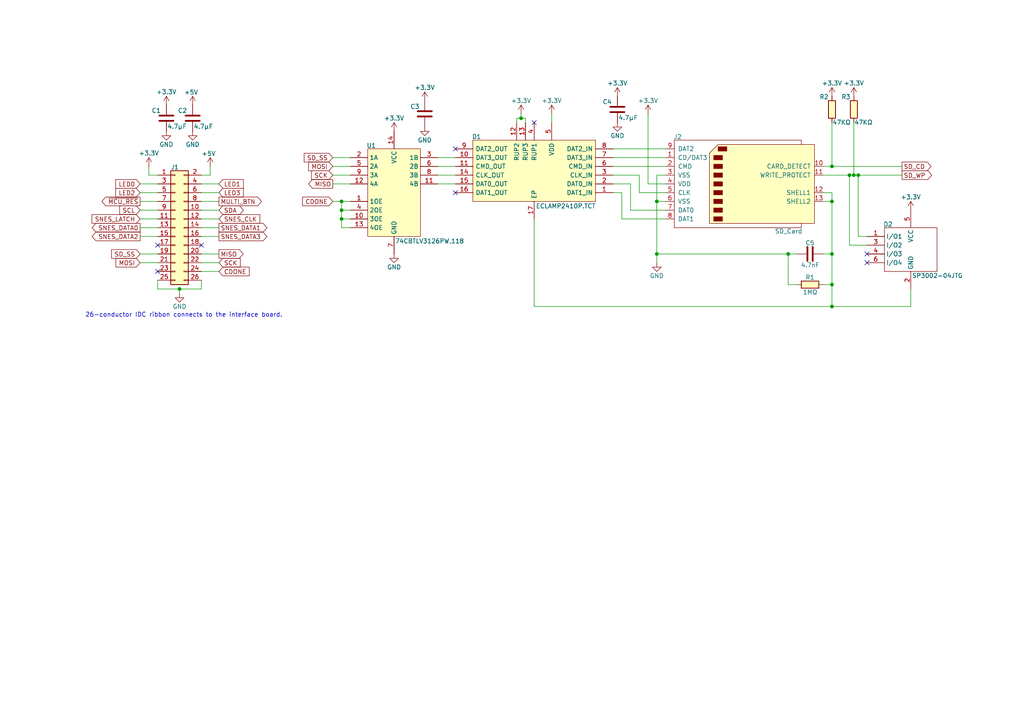
<source format=kicad_sch>
(kicad_sch (version 20231120) (generator "eeschema") (generator_version "8.0")
  (paper "A4")
  (lib_symbols
    (symbol "Connector:SD_Card" (pin_names (offset 1.016))
      (property "Reference" "J" (at -16.51 13.97 0))
      (property "Value" "SD_Card" (at 15.24 -13.97 0))
      (symbol "SD_Card_0_1"
        (rectangle (start -8.89 -9.525) (end -6.35 -10.795) (fill (type outline)))
        (rectangle (start -8.89 -6.985) (end -6.35 -8.255) (fill (type outline)))
        (rectangle (start -8.89 -4.445) (end -6.35 -5.715) (fill (type outline)))
        (rectangle (start -8.89 -1.905) (end -6.35 -3.175) (fill (type outline)))
        (rectangle (start -8.89 0.635) (end -6.35 -0.635) (fill (type outline)))
        (rectangle (start -8.89 3.175) (end -6.35 1.905) (fill (type outline)))
        (rectangle (start -8.89 5.715) (end -6.35 4.445) (fill (type outline)))
        (rectangle (start -8.89 8.255) (end -6.35 6.985) (fill (type outline)))
        (rectangle (start -7.62 10.795) (end -5.08 9.525) (fill (type outline)))
        (polyline (pts (xy -10.16 8.89) (xy -7.62 11.43) (xy 20.32 11.43) (xy 20.32 -11.43) (xy -10.16 -11.43) (xy -10.16 8.89)) (fill (type background)))
        (polyline (pts (xy 16.51 11.43) (xy 16.51 12.7) (xy -20.32 12.7) (xy -20.32 -12.7) (xy 16.51 -12.7) (xy 16.51 -11.43)))
      )
      (symbol "SD_Card_1_1"
        (pin input line (at -22.86 7.62 0) (length 2.54) (name "CD/DAT3") (number "1"))
        (pin input line (at 22.86 5.08 180) (length 2.54) (name "CARD_DETECT") (number "10"))
        (pin input line (at 22.86 2.54 180) (length 2.54) (name "WRITE_PROTECT") (number "11"))
        (pin input line (at 22.86 -2.54 180) (length 2.54) (name "SHELL1") (number "12"))
        (pin input line (at 22.86 -5.08 180) (length 2.54) (name "SHELL2") (number "13"))
        (pin input line (at -22.86 5.08 0) (length 2.54) (name "CMD") (number "2"))
        (pin power_in line (at -22.86 2.54 0) (length 2.54) (name "VSS") (number "3"))
        (pin power_in line (at -22.86 0 0) (length 2.54) (name "VDD") (number "4"))
        (pin input line (at -22.86 -2.54 0) (length 2.54) (name "CLK") (number "5"))
        (pin power_in line (at -22.86 -5.08 0) (length 2.54) (name "VSS") (number "6"))
        (pin input line (at -22.86 -7.62 0) (length 2.54) (name "DAT0") (number "7"))
        (pin input line (at -22.86 -10.16 0) (length 2.54) (name "DAT1") (number "8"))
        (pin input line (at -22.86 10.16 0) (length 2.54) (name "DAT2") (number "9"))
      )
    )
    (symbol "Connector_Generic:Conn_02x13_Odd_Even" (pin_names (offset 1.016) hide)
      (property "Reference" "J" (at 1.27 17.78 0))
      (property "Value" "Conn_02x13_Odd_Even" (at 1.27 -17.78 0))
      (symbol "Conn_02x13_Odd_Even_1_1"
        (rectangle (start -1.27 -15.113) (end 0 -15.367) (stroke (width 0.1524)))
        (rectangle (start -1.27 -12.573) (end 0 -12.827) (stroke (width 0.1524)))
        (rectangle (start -1.27 -10.033) (end 0 -10.287) (stroke (width 0.1524)))
        (rectangle (start -1.27 -7.493) (end 0 -7.747) (stroke (width 0.1524)))
        (rectangle (start -1.27 -4.953) (end 0 -5.207) (stroke (width 0.1524)))
        (rectangle (start -1.27 -2.413) (end 0 -2.667) (stroke (width 0.1524)))
        (rectangle (start -1.27 0.127) (end 0 -0.127) (stroke (width 0.1524)))
        (rectangle (start -1.27 2.667) (end 0 2.413) (stroke (width 0.1524)))
        (rectangle (start -1.27 5.207) (end 0 4.953) (stroke (width 0.1524)))
        (rectangle (start -1.27 7.747) (end 0 7.493) (stroke (width 0.1524)))
        (rectangle (start -1.27 10.287) (end 0 10.033) (stroke (width 0.1524)))
        (rectangle (start -1.27 12.827) (end 0 12.573) (stroke (width 0.1524)))
        (rectangle (start -1.27 15.367) (end 0 15.113) (stroke (width 0.1524)))
        (rectangle (start -1.27 16.51) (end 3.81 -16.51) (stroke (width 0.254)) (fill (type background)))
        (rectangle (start 3.81 -15.113) (end 2.54 -15.367) (stroke (width 0.1524)))
        (rectangle (start 3.81 -12.573) (end 2.54 -12.827) (stroke (width 0.1524)))
        (rectangle (start 3.81 -10.033) (end 2.54 -10.287) (stroke (width 0.1524)))
        (rectangle (start 3.81 -7.493) (end 2.54 -7.747) (stroke (width 0.1524)))
        (rectangle (start 3.81 -4.953) (end 2.54 -5.207) (stroke (width 0.1524)))
        (rectangle (start 3.81 -2.413) (end 2.54 -2.667) (stroke (width 0.1524)))
        (rectangle (start 3.81 0.127) (end 2.54 -0.127) (stroke (width 0.1524)))
        (rectangle (start 3.81 2.667) (end 2.54 2.413) (stroke (width 0.1524)))
        (rectangle (start 3.81 5.207) (end 2.54 4.953) (stroke (width 0.1524)))
        (rectangle (start 3.81 7.747) (end 2.54 7.493) (stroke (width 0.1524)))
        (rectangle (start 3.81 10.287) (end 2.54 10.033) (stroke (width 0.1524)))
        (rectangle (start 3.81 12.827) (end 2.54 12.573) (stroke (width 0.1524)))
        (rectangle (start 3.81 15.367) (end 2.54 15.113) (stroke (width 0.1524)))
        (pin passive line (at -5.08 15.24 0) (length 3.81) (name "Pin_1") (number "1"))
        (pin passive line (at 7.62 5.08 180) (length 3.81) (name "Pin_10") (number "10"))
        (pin passive line (at -5.08 2.54 0) (length 3.81) (name "Pin_11") (number "11"))
        (pin passive line (at 7.62 2.54 180) (length 3.81) (name "Pin_12") (number "12"))
        (pin passive line (at -5.08 0 0) (length 3.81) (name "Pin_13") (number "13"))
        (pin passive line (at 7.62 0 180) (length 3.81) (name "Pin_14") (number "14"))
        (pin passive line (at -5.08 -2.54 0) (length 3.81) (name "Pin_15") (number "15"))
        (pin passive line (at 7.62 -2.54 180) (length 3.81) (name "Pin_16") (number "16"))
        (pin passive line (at -5.08 -5.08 0) (length 3.81) (name "Pin_17") (number "17"))
        (pin passive line (at 7.62 -5.08 180) (length 3.81) (name "Pin_18") (number "18"))
        (pin passive line (at -5.08 -7.62 0) (length 3.81) (name "Pin_19") (number "19"))
        (pin passive line (at 7.62 15.24 180) (length 3.81) (name "Pin_2") (number "2"))
        (pin passive line (at 7.62 -7.62 180) (length 3.81) (name "Pin_20") (number "20"))
        (pin passive line (at -5.08 -10.16 0) (length 3.81) (name "Pin_21") (number "21"))
        (pin passive line (at 7.62 -10.16 180) (length 3.81) (name "Pin_22") (number "22"))
        (pin passive line (at -5.08 -12.7 0) (length 3.81) (name "Pin_23") (number "23"))
        (pin passive line (at 7.62 -12.7 180) (length 3.81) (name "Pin_24") (number "24"))
        (pin passive line (at -5.08 -15.24 0) (length 3.81) (name "Pin_25") (number "25"))
        (pin passive line (at 7.62 -15.24 180) (length 3.81) (name "Pin_26") (number "26"))
        (pin passive line (at -5.08 12.7 0) (length 3.81) (name "Pin_3") (number "3"))
        (pin passive line (at 7.62 12.7 180) (length 3.81) (name "Pin_4") (number "4"))
        (pin passive line (at -5.08 10.16 0) (length 3.81) (name "Pin_5") (number "5"))
        (pin passive line (at 7.62 10.16 180) (length 3.81) (name "Pin_6") (number "6"))
        (pin passive line (at -5.08 7.62 0) (length 3.81) (name "Pin_7") (number "7"))
        (pin passive line (at 7.62 7.62 180) (length 3.81) (name "Pin_8") (number "8"))
        (pin passive line (at -5.08 5.08 0) (length 3.81) (name "Pin_9") (number "9"))
      )
    )
    (symbol "Device:C" (pin_numbers hide) (pin_names (offset 0.254))
      (property "Reference" "C" (at 0.635 2.54 0))
      (property "Value" "C" (at 0.635 -2.54 0))
      (symbol "C_0_1"
        (polyline (pts (xy -2.032 -0.762) (xy 2.032 -0.762)) (stroke (width 0.508)))
        (polyline (pts (xy -2.032 0.762) (xy 2.032 0.762)) (stroke (width 0.508)))
      )
      (symbol "C_1_1"
        (pin passive line (at 0 3.81 270) (length 2.794) (name "~") (number "1"))
        (pin passive line (at 0 -3.81 90) (length 2.794) (name "~") (number "2"))
      )
    )
    (symbol "Device:R" (pin_numbers hide) (pin_names (offset 0))
      (property "Reference" "R" (at 2.032 0 90))
      (property "Value" "R" (at 0 0 90))
      (symbol "R_1_1"
        (rectangle (start -1.016 2.54) (end 1.016 -2.54) (stroke (width 0.254)) (fill (type background)))
        (pin passive line (at 0 3.81 270) (length 1.27) (name "~") (number "1"))
        (pin passive line (at 0 -3.81 90) (length 1.27) (name "~") (number "2"))
      )
    )
    (symbol "Sentinel 65X - Prototype 4 V2:74CBTLV3126PW,118"
      (property "Reference" "U" (at 0.6077 0.7994 0))
      (property "Value" "74CBTLV3126PW,118" (at 18.1906 -26.6576 0))
      (symbol "74CBTLV3126PW,118_1_1"
        (rectangle (start 0 0) (end 15.24 -25.4) (fill (type background)))
        (pin input line (at -5.08 -15.24 0) (length 5.08) (name "1OE") (number "1"))
        (pin input line (at -5.08 -20.32 0) (length 5.08) (name "3OE") (number "10"))
        (pin tri_state line (at 20.32 -10.16 180) (length 5.08) (name "4B") (number "11"))
        (pin input line (at -5.08 -10.16 0) (length 5.08) (name "4A") (number "12"))
        (pin input line (at -5.08 -22.86 0) (length 5.08) (name "4OE") (number "13"))
        (pin power_in line (at 7.62 5.08 270) (length 5.08) (name "VCC") (number "14"))
        (pin input line (at -5.08 -2.54 0) (length 5.08) (name "1A") (number "2"))
        (pin tri_state line (at 20.32 -2.54 180) (length 5.08) (name "1B") (number "3"))
        (pin input line (at -5.08 -17.78 0) (length 5.08) (name "2OE") (number "4"))
        (pin input line (at -5.08 -5.08 0) (length 5.08) (name "2A") (number "5"))
        (pin tri_state line (at 20.32 -5.08 180) (length 5.08) (name "2B") (number "6"))
        (pin power_in line (at 7.62 -30.48 90) (length 5.08) (name "GND") (number "7"))
        (pin tri_state line (at 20.32 -7.62 180) (length 5.08) (name "3B") (number "8"))
        (pin input line (at -5.08 -7.62 0) (length 5.08) (name "3A") (number "9"))
      )
    )
    (symbol "Sentinel 65X - Prototype 4 V2:ECLAMP2410P.TCT" (pin_names (offset 0.762))
      (property "Reference" "D" (at 36.83 7.62 0))
      (property "Value" "ECLAMP2410P.TCT" (at 36.83 5.08 0))
      (symbol "ECLAMP2410P.TCT_0_0"
        (pin passive line (at 0 -12.7 0) (length 5.08) (name "DAT1_IN") (number "1"))
        (pin passive line (at 45.72 -2.54 180) (length 5.08) (name "DAT3_OUT") (number "10"))
        (pin passive line (at 45.72 -5.08 180) (length 5.08) (name "CMD_OUT") (number "11"))
        (pin passive line (at 27.94 7.62 270) (length 5.08) (name "RUP2") (number "12"))
        (pin passive line (at 25.4 7.62 270) (length 5.08) (name "RUP3") (number "13"))
        (pin passive line (at 45.72 -7.62 180) (length 5.08) (name "CLK_OUT") (number "14"))
        (pin passive line (at 45.72 -10.16 180) (length 5.08) (name "DAT0_OUT") (number "15"))
        (pin passive line (at 45.72 -12.7 180) (length 5.08) (name "DAT1_OUT") (number "16"))
        (pin passive line (at 22.86 -20.32 90) (length 5.08) (name "EP") (number "17"))
        (pin passive line (at 0 -10.16 0) (length 5.08) (name "DAT0_IN") (number "2"))
        (pin passive line (at 0 -7.62 0) (length 5.08) (name "CLK_IN") (number "3"))
        (pin passive line (at 22.86 7.62 270) (length 5.08) (name "RUP1") (number "4"))
        (pin passive line (at 17.78 7.62 270) (length 5.08) (name "VDD") (number "5"))
        (pin passive line (at 0 -5.08 0) (length 5.08) (name "CMD_IN") (number "6"))
        (pin passive line (at 0 -2.54 0) (length 5.08) (name "DAT3_IN") (number "7"))
        (pin passive line (at 0 0 0) (length 5.08) (name "DAT2_IN") (number "8"))
        (pin passive line (at 45.72 0 180) (length 5.08) (name "DAT2_OUT") (number "9"))
      )
      (symbol "ECLAMP2410P.TCT_1_1"
        (polyline (pts (xy 5.08 2.54) (xy 40.64 2.54) (xy 40.64 -15.24) (xy 5.08 -15.24) (xy 5.08 2.54)) (stroke (width 0.1524)) (fill (type background)))
      )
    )
    (symbol "Sentinel 65X - Prototype 4 V2:SP3002-04JTG"
      (property "Reference" "D" (at 0.5281 0.7596 0))
      (property "Value" "SP3002-04JTG" (at 15.2292 -14.0415 0))
      (symbol "SP3002-04JTG_0_1"
        (rectangle (start 0 0) (end 15.24 -12.7))
      )
      (symbol "SP3002-04JTG_1_1"
        (pin passive line (at -5.08 -2.54 0) (length 5.08) (name "I/O1") (number "1"))
        (pin power_in line (at 7.62 -17.78 90) (length 5.08) (name "GND") (number "2"))
        (pin passive line (at -5.08 -5.08 0) (length 5.08) (name "I/O2") (number "3"))
        (pin passive line (at -5.08 -7.62 0) (length 5.08) (name "I/O3") (number "4"))
        (pin power_in line (at 7.62 5.08 270) (length 5.08) (name "VCC") (number "5"))
        (pin passive line (at -5.08 -10.16 0) (length 5.08) (name "I/O4") (number "6"))
      )
    )
    (symbol "power:+3.3V" (power) (pin_numbers hide) (pin_names (offset 0) hide)
      (property "Value" "+3.3V" (at 0 3.556 0))
      (symbol "+3.3V_0_1"
        (polyline (pts (xy -0.762 1.27) (xy 0 2.54)))
        (polyline (pts (xy 0 0) (xy 0 2.54)))
        (polyline (pts (xy 0 2.54) (xy 0.762 1.27)))
      )
      (symbol "+3.3V_1_1"
        (pin power_in line (at 0 0 90) (length 0) (name "~") (number "1"))
      )
    )
    (symbol "power:+5V" (power) (pin_numbers hide) (pin_names (offset 0) hide)
      (property "Value" "+5V" (at 0 3.556 0))
      (symbol "+5V_0_1"
        (polyline (pts (xy -0.762 1.27) (xy 0 2.54)))
        (polyline (pts (xy 0 0) (xy 0 2.54)))
        (polyline (pts (xy 0 2.54) (xy 0.762 1.27)))
      )
      (symbol "+5V_1_1"
        (pin power_in line (at 0 0 90) (length 0) (name "~") (number "1"))
      )
    )
    (symbol "power:GND" (power) (pin_numbers hide) (pin_names (offset 0) hide)
      (property "Value" "GND" (at 0 -3.81 0))
      (symbol "GND_0_1"
        (polyline (pts (xy 0 0) (xy 0 -1.27) (xy 1.27 -1.27) (xy 0 -2.54) (xy -1.27 -1.27) (xy 0 -1.27)))
      )
      (symbol "GND_1_1"
        (pin power_in line (at 0 0 270) (length 0) (name "~") (number "1"))
      )
    )
  )
  (junction (at 52.07 83.82))
  (junction (at 241.3 88.9))
  (junction (at 248.92 50.8))
  (junction (at 228.6 73.66))
  (junction (at 190.5 73.66))
  (junction (at 241.3 73.66))
  (junction (at 241.3 48.26))
  (junction (at 99.06 58.42))
  (junction (at 151.13 34.29))
  (junction (at 247.65 50.8))
  (junction (at 99.06 60.96))
  (junction (at 99.06 63.5))
  (junction (at 246.38 50.8))
  (junction (at 241.3 82.55))
  (junction (at 190.5 58.42))
  (junction (at 241.3 58.42))
  (no_connect (at 251.46 73.66))
  (no_connect (at 58.42 71.12))
  (no_connect (at 251.46 76.2))
  (no_connect (at 45.72 71.12))
  (no_connect (at 154.94 35.56))
  (no_connect (at 45.72 78.74))
  (no_connect (at 132.08 55.88))
  (no_connect (at 132.08 43.18))
  (wire (pts (xy 177.8 50.8) (xy 185.42 50.8)))
  (wire (pts (xy 127 50.8) (xy 132.08 50.8)))
  (wire (pts (xy 247.65 35.56) (xy 247.65 50.8)))
  (wire (pts (xy 149.86 34.29) (xy 151.13 34.29)))
  (wire (pts (xy 228.6 73.66) (xy 228.6 82.55)))
  (wire (pts (xy 185.42 50.8) (xy 185.42 55.88)))
  (wire (pts (xy 190.5 50.8) (xy 193.04 50.8)))
  (wire (pts (xy 241.3 35.56) (xy 241.3 48.26)))
  (wire (pts (xy 40.64 73.66) (xy 45.72 73.66)))
  (wire (pts (xy 63.5 76.2) (xy 58.42 76.2)))
  (wire (pts (xy 149.86 34.29) (xy 149.86 35.56)))
  (wire (pts (xy 45.72 81.28) (xy 45.72 83.82)))
  (wire (pts (xy 185.42 55.88) (xy 193.04 55.88)))
  (wire (pts (xy 238.76 48.26) (xy 241.3 48.26)))
  (wire (pts (xy 264.16 83.82) (xy 264.16 88.9)))
  (wire (pts (xy 127 53.34) (xy 132.08 53.34)))
  (wire (pts (xy 247.65 50.8) (xy 248.92 50.8)))
  (wire (pts (xy 190.5 50.8) (xy 190.5 58.42)))
  (wire (pts (xy 63.5 78.74) (xy 58.42 78.74)))
  (wire (pts (xy 40.64 60.96) (xy 45.72 60.96)))
  (wire (pts (xy 190.5 58.42) (xy 190.5 73.66)))
  (wire (pts (xy 63.5 55.88) (xy 58.42 55.88)))
  (wire (pts (xy 241.3 58.42) (xy 241.3 73.66)))
  (wire (pts (xy 52.07 85.09) (xy 52.07 83.82)))
  (wire (pts (xy 40.64 68.58) (xy 45.72 68.58)))
  (wire (pts (xy 127 48.26) (xy 132.08 48.26)))
  (wire (pts (xy 63.5 66.04) (xy 58.42 66.04)))
  (wire (pts (xy 241.3 48.26) (xy 261.62 48.26)))
  (wire (pts (xy 96.52 53.34) (xy 101.6 53.34)))
  (wire (pts (xy 246.38 50.8) (xy 247.65 50.8)))
  (wire (pts (xy 177.8 43.18) (xy 193.04 43.18)))
  (wire (pts (xy 96.52 50.8) (xy 101.6 50.8)))
  (wire (pts (xy 60.96 48.26) (xy 60.96 50.8)))
  (wire (pts (xy 187.96 33.02) (xy 187.96 53.34)))
  (wire (pts (xy 96.52 48.26) (xy 101.6 48.26)))
  (wire (pts (xy 99.06 63.5) (xy 101.6 63.5)))
  (wire (pts (xy 58.42 50.8) (xy 60.96 50.8)))
  (wire (pts (xy 99.06 63.5) (xy 99.06 66.04)))
  (wire (pts (xy 248.92 50.8) (xy 248.92 68.58)))
  (wire (pts (xy 160.02 33.02) (xy 160.02 35.56)))
  (wire (pts (xy 43.18 48.26) (xy 43.18 50.8)))
  (wire (pts (xy 238.76 73.66) (xy 241.3 73.66)))
  (wire (pts (xy 63.5 58.42) (xy 58.42 58.42)))
  (wire (pts (xy 63.5 73.66) (xy 58.42 73.66)))
  (wire (pts (xy 180.34 55.88) (xy 180.34 63.5)))
  (wire (pts (xy 127 45.72) (xy 132.08 45.72)))
  (wire (pts (xy 241.3 82.55) (xy 241.3 88.9)))
  (wire (pts (xy 99.06 66.04) (xy 101.6 66.04)))
  (wire (pts (xy 96.52 58.42) (xy 99.06 58.42)))
  (wire (pts (xy 241.3 73.66) (xy 241.3 82.55)))
  (wire (pts (xy 151.13 34.29) (xy 152.4 34.29)))
  (wire (pts (xy 96.52 45.72) (xy 101.6 45.72)))
  (wire (pts (xy 40.64 66.04) (xy 45.72 66.04)))
  (wire (pts (xy 52.07 83.82) (xy 58.42 83.82)))
  (wire (pts (xy 228.6 82.55) (xy 231.14 82.55)))
  (wire (pts (xy 177.8 55.88) (xy 180.34 55.88)))
  (wire (pts (xy 190.5 73.66) (xy 228.6 73.66)))
  (wire (pts (xy 45.72 83.82) (xy 52.07 83.82)))
  (wire (pts (xy 238.76 50.8) (xy 246.38 50.8)))
  (wire (pts (xy 182.88 60.96) (xy 193.04 60.96)))
  (wire (pts (xy 154.94 63.5) (xy 154.94 88.9)))
  (wire (pts (xy 40.64 58.42) (xy 45.72 58.42)))
  (wire (pts (xy 99.06 60.96) (xy 101.6 60.96)))
  (wire (pts (xy 151.13 33.02) (xy 151.13 34.29)))
  (wire (pts (xy 190.5 58.42) (xy 193.04 58.42)))
  (wire (pts (xy 63.5 63.5) (xy 58.42 63.5)))
  (wire (pts (xy 40.64 63.5) (xy 45.72 63.5)))
  (wire (pts (xy 58.42 81.28) (xy 58.42 83.82)))
  (wire (pts (xy 43.18 50.8) (xy 45.72 50.8)))
  (wire (pts (xy 246.38 71.12) (xy 251.46 71.12)))
  (wire (pts (xy 177.8 45.72) (xy 193.04 45.72)))
  (wire (pts (xy 246.38 50.8) (xy 246.38 71.12)))
  (wire (pts (xy 99.06 58.42) (xy 99.06 60.96)))
  (wire (pts (xy 63.5 53.34) (xy 58.42 53.34)))
  (wire (pts (xy 241.3 55.88) (xy 241.3 58.42)))
  (wire (pts (xy 63.5 68.58) (xy 58.42 68.58)))
  (wire (pts (xy 238.76 58.42) (xy 241.3 58.42)))
  (wire (pts (xy 177.8 53.34) (xy 182.88 53.34)))
  (wire (pts (xy 99.06 58.42) (xy 101.6 58.42)))
  (wire (pts (xy 40.64 53.34) (xy 45.72 53.34)))
  (wire (pts (xy 248.92 68.58) (xy 251.46 68.58)))
  (wire (pts (xy 248.92 50.8) (xy 261.62 50.8)))
  (wire (pts (xy 63.5 60.96) (xy 58.42 60.96)))
  (wire (pts (xy 241.3 88.9) (xy 264.16 88.9)))
  (wire (pts (xy 152.4 34.29) (xy 152.4 35.56)))
  (wire (pts (xy 154.94 88.9) (xy 241.3 88.9)))
  (wire (pts (xy 228.6 73.66) (xy 231.14 73.66)))
  (wire (pts (xy 99.06 60.96) (xy 99.06 63.5)))
  (wire (pts (xy 190.5 73.66) (xy 190.5 76.2)))
  (wire (pts (xy 187.96 53.34) (xy 193.04 53.34)))
  (wire (pts (xy 180.34 63.5) (xy 193.04 63.5)))
  (wire (pts (xy 182.88 53.34) (xy 182.88 60.96)))
  (wire (pts (xy 238.76 55.88) (xy 241.3 55.88)))
  (wire (pts (xy 177.8 48.26) (xy 193.04 48.26)))
  (wire (pts (xy 40.64 76.2) (xy 45.72 76.2)))
  (wire (pts (xy 238.76 82.55) (xy 241.3 82.55)))
  (wire (pts (xy 40.64 55.88) (xy 45.72 55.88)))
  (text "26-conductor IDC ribbon connects to the interface board." (at 53.34 91.44 0) (effects (font (size 1.27 1.27))))
  (global_label "SCL" (shape input) (at 40.64 60.96 180) (property "Intersheetrefs" "${INTERSHEET_REFS}" (effects (hide yes))))
  (global_label "MISO" (shape output) (at 96.52 53.34 180) (property "Intersheetrefs" "${INTERSHEET_REFS}" (effects (hide yes))))
  (global_label "SD_SS" (shape input) (at 96.52 45.72 180) (property "Intersheetrefs" "${INTERSHEET_REFS}" (effects (hide yes))))
  (global_label "SCK" (shape input) (at 96.52 50.8 180) (property "Intersheetrefs" "${INTERSHEET_REFS}" (effects (hide yes))))
  (global_label "SNES_LATCH" (shape input) (at 40.64 63.5 180) (property "Intersheetrefs" "${INTERSHEET_REFS}" (effects (hide yes))))
  (global_label "SCK" (shape input) (at 63.5 76.2 0) (property "Intersheetrefs" "${INTERSHEET_REFS}" (effects (hide yes))))
  (global_label "CDONE" (shape input) (at 96.52 58.42 180) (property "Intersheetrefs" "${INTERSHEET_REFS}" (effects (hide yes))))
  (global_label "SD_SS" (shape input) (at 40.64 73.66 180) (property "Intersheetrefs" "${INTERSHEET_REFS}" (effects (hide yes))))
  (global_label "SNES_DATA3" (shape output) (at 63.5 68.58 0) (property "Intersheetrefs" "${INTERSHEET_REFS}" (effects (hide yes))))
  (global_label "SNES_DATA0" (shape output) (at 40.64 66.04 180) (property "Intersheetrefs" "${INTERSHEET_REFS}" (effects (hide yes))))
  (global_label "SNES_DATA1" (shape output) (at 63.5 66.04 0) (property "Intersheetrefs" "${INTERSHEET_REFS}" (effects (hide yes))))
  (global_label "SDA" (shape bidirectional) (at 63.5 60.96 0) (property "Intersheetrefs" "${INTERSHEET_REFS}" (effects (hide yes))))
  (global_label "LED2" (shape input) (at 40.64 55.88 180) (property "Intersheetrefs" "${INTERSHEET_REFS}" (effects (hide yes))))
  (global_label "CDONE" (shape input) (at 63.5 78.74 0) (property "Intersheetrefs" "${INTERSHEET_REFS}" (effects (hide yes))))
  (global_label "SNES_CLK" (shape input) (at 63.5 63.5 0) (property "Intersheetrefs" "${INTERSHEET_REFS}" (effects (hide yes))))
  (global_label "MULTI_BTN" (shape output) (at 63.5 58.42 0) (property "Intersheetrefs" "${INTERSHEET_REFS}" (effects (hide yes))))
  (global_label "SNES_DATA2" (shape output) (at 40.64 68.58 180) (property "Intersheetrefs" "${INTERSHEET_REFS}" (effects (hide yes))))
  (global_label "~{MCU_RES}" (shape output) (at 40.64 58.42 180) (property "Intersheetrefs" "${INTERSHEET_REFS}" (effects (hide yes))))
  (global_label "SD_CD" (shape output) (at 261.62 48.26 0) (property "Intersheetrefs" "${INTERSHEET_REFS}" (effects (hide yes))))
  (global_label "MOSI" (shape input) (at 96.52 48.26 180) (property "Intersheetrefs" "${INTERSHEET_REFS}" (effects (hide yes))))
  (global_label "LED3" (shape input) (at 63.5 55.88 0) (property "Intersheetrefs" "${INTERSHEET_REFS}" (effects (hide yes))))
  (global_label "SD_WP" (shape output) (at 261.62 50.8 0) (property "Intersheetrefs" "${INTERSHEET_REFS}" (effects (hide yes))))
  (global_label "MOSI" (shape input) (at 40.64 76.2 180) (property "Intersheetrefs" "${INTERSHEET_REFS}" (effects (hide yes))))
  (global_label "LED1" (shape input) (at 63.5 53.34 0) (property "Intersheetrefs" "${INTERSHEET_REFS}" (effects (hide yes))))
  (global_label "LED0" (shape input) (at 40.64 53.34 180) (property "Intersheetrefs" "${INTERSHEET_REFS}" (effects (hide yes))))
  (global_label "MISO" (shape output) (at 63.5 73.66 0) (property "Intersheetrefs" "${INTERSHEET_REFS}" (effects (hide yes))))
  (symbol (lib_id "power:+3.3V") (at 43.18 48.26 0) (unit 1)
    (property "Reference" "#PWR01" (effects (hide yes)))
    (property "Value" "+3.3V" (at 43.18 44.45 0))
    (property "Description" "Power symbol creates a global label with name \"+3.3V\"" (effects (hide yes)))
  )
  (symbol (lib_id "Device:C") (at 48.26 34.29 0) (unit 1)
    (property "Reference" "C1" (at 43.9601 32.0685 0) (effects (justify left)))
    (property "Value" "4.7µF" (at 48.5247 36.6761 0) (effects (justify left)))
    (property "Footprint" "Capacitor_SMD:C_0402_1005Metric" (effects (hide yes)))
    (property "Description" "Unpolarized capacitor" (effects (hide yes)))
  )
  (symbol (lib_id "power:GND") (at 52.07 85.09 0) (unit 1)
    (property "Reference" "#PWR04" (effects (hide yes)))
    (property "Value" "GND" (at 52.07 88.9 0))
    (property "Description" "Power symbol creates a global label with name \"GND\" , ground" (effects (hide yes)))
  )
  (symbol (lib_id "Sentinel 65X - Prototype 4 V2:ECLAMP2410P.TCT") (at 177.8 43.18 0) (mirror y) (unit 1)
    (property "Reference" "D1" (at 138.2301 39.6329 0))
    (property "Value" "ECLAMP2410P.TCT" (at 164.1064 59.7631 0))
    (property "Footprint" "Sentinel 65X - Prototype 4 V2:SON50P160X400X65-17N" (effects (hide yes)))
    (property "Datasheet" "https://datasheet.datasheetarchive.com/originals/distributors/Datasheets-DGA5/403730.pdf" (effects (hide yes)))
    (property "Description" "EClamp ESD-EMI Protect T-Flash/MicroSD Semtech ECLAMP2410P.TCT, Hex Bi-Directional EMI Filter & ESD Protector, 16-Pin SLP EP" (effects (hide yes)))
    (property "Height" "0.65" (effects (hide yes)))
    (property "Mouser Part Number" "947-ECLAMP2410P.TCT" (effects (hide yes)))
    (property "Mouser Price/Stock" "https://www.mouser.co.uk/ProductDetail/Semtech/ECLAMP2410P.TCT?qs=rBWM4%252BvDhIcrHfRQBdQMZQ%3D%3D" (effects (hide yes)))
    (property "Manufacturer_Name" "SEMTECH" (effects (hide yes)))
    (property "Manufacturer_Part_Number" "ECLAMP2410P.TCT" (effects (hide yes)))
  )
  (symbol (lib_id "power:GND") (at 179.07 35.56 0) (unit 1)
    (property "Reference" "#PWR015" (effects (hide yes)))
    (property "Value" "GND" (at 179.07 39.37 0))
    (property "Description" "Power symbol creates a global label with name \"GND\" , ground" (effects (hide yes)))
  )
  (symbol (lib_id "power:GND") (at 55.88 38.1 0) (unit 1)
    (property "Reference" "#PWR06" (effects (hide yes)))
    (property "Value" "GND" (at 55.88 41.91 0))
    (property "Description" "Power symbol creates a global label with name \"GND\" , ground" (effects (hide yes)))
  )
  (symbol (lib_id "power:+3.3V") (at 114.3 38.1 0) (unit 1)
    (property "Reference" "#PWR08" (effects (hide yes)))
    (property "Value" "+3.3V" (at 114.3 34.29 0))
    (property "Description" "Power symbol creates a global label with name \"+3.3V\"" (effects (hide yes)))
  )
  (symbol (lib_id "power:+3.3V") (at 264.16 60.96 0) (mirror y) (unit 1)
    (property "Reference" "#PWR020" (effects (hide yes)))
    (property "Value" "+3.3V" (at 264.16 57.15 0))
    (property "Description" "Power symbol creates a global label with name \"+3.3V\"" (effects (hide yes)))
  )
  (symbol (lib_id "power:+3.3V") (at 241.3 27.94 0) (unit 1)
    (property "Reference" "#PWR018" (effects (hide yes)))
    (property "Value" "+3.3V" (at 241.3 24.13 0))
    (property "Description" "Power symbol creates a global label with name \"+3.3V\"" (effects (hide yes)))
  )
  (symbol (lib_id "Device:R") (at 234.95 82.55 270) (unit 1)
    (property "Reference" "R1" (at 234.9401 80.4599 90))
    (property "Value" "1MΩ" (at 234.9953 84.7523 90))
    (property "Footprint" "Resistor_SMD:R_0402_1005Metric" (effects (hide yes)))
    (property "Description" "Resistor" (effects (hide yes)))
  )
  (symbol (lib_id "power:GND") (at 190.5 76.2 0) (unit 1)
    (property "Reference" "#PWR017" (effects (hide yes)))
    (property "Value" "GND" (at 190.5 80.01 0))
    (property "Description" "Power symbol creates a global label with name \"GND\" , ground" (effects (hide yes)))
  )
  (symbol (lib_id "power:+3.3V") (at 48.26 30.48 0) (unit 1)
    (property "Reference" "#PWR02" (effects (hide yes)))
    (property "Value" "+3.3V" (at 48.26 26.67 0))
    (property "Description" "Power symbol creates a global label with name \"+3.3V\"" (effects (hide yes)))
  )
  (symbol (lib_id "Device:C") (at 234.95 73.66 90) (unit 1)
    (property "Reference" "C5" (at 236.2883 70.4492 90) (effects (justify left)))
    (property "Value" "4.7nF" (at 237.7221 76.8899 90) (effects (justify left)))
    (property "Footprint" "Capacitor_SMD:C_0402_1005Metric" (effects (hide yes)))
    (property "Description" "Unpolarized capacitor" (effects (hide yes)))
  )
  (symbol (lib_id "power:+3.3V") (at 179.07 27.94 0) (unit 1)
    (property "Reference" "#PWR014" (effects (hide yes)))
    (property "Value" "+3.3V" (at 179.07 24.13 0))
    (property "Description" "Power symbol creates a global label with name \"+3.3V\"" (effects (hide yes)))
  )
  (symbol (lib_id "Device:C") (at 179.07 31.75 0) (unit 1)
    (property "Reference" "C4" (at 174.7701 29.5285 0) (effects (justify left)))
    (property "Value" "4.7µF" (at 179.3347 34.1361 0) (effects (justify left)))
    (property "Footprint" "Capacitor_SMD:C_0402_1005Metric" (effects (hide yes)))
    (property "Description" "Unpolarized capacitor" (effects (hide yes)))
  )
  (symbol (lib_id "power:+3.3V") (at 160.02 33.02 0) (unit 1)
    (property "Reference" "#PWR013" (effects (hide yes)))
    (property "Value" "+3.3V" (at 160.02 29.21 0))
    (property "Description" "Power symbol creates a global label with name \"+3.3V\"" (effects (hide yes)))
  )
  (symbol (lib_id "Device:R") (at 241.3 31.75 0) (unit 1)
    (property "Reference" "R2" (at 239.0065 28.1084 0))
    (property "Value" "47KΩ" (at 244.1109 35.5026 0))
    (property "Footprint" "Resistor_SMD:R_0402_1005Metric" (effects (hide yes)))
    (property "Description" "Resistor" (effects (hide yes)))
  )
  (symbol (lib_id "Sentinel 65X - Prototype 4 V2:SP3002-04JTG") (at 256.54 66.04 0) (unit 1)
    (property "Reference" "D2" (at 256.2116 65.0801 0) (effects (justify left)))
    (property "Value" "SP3002-04JTG" (at 264.515 79.9484 0) (effects (justify left)))
    (property "Footprint" "Package_TO_SOT_SMD:SOT-363_SC-70-6" (effects (hide yes)))
    (property "Datasheet" "https://www.mouser.ca/datasheet/2/240/media-3322885.pdf" (effects (hide yes)))
    (property "Description" "Low Capacitance ESD Protection" (effects (hide yes)))
  )
  (symbol (lib_id "power:+3.3V") (at 151.13 33.02 0) (unit 1)
    (property "Reference" "#PWR012" (effects (hide yes)))
    (property "Value" "+3.3V" (at 151.13 29.21 0))
    (property "Description" "Power symbol creates a global label with name \"+3.3V\"" (effects (hide yes)))
  )
  (symbol (lib_id "power:GND") (at 114.3 73.66 0) (unit 1)
    (property "Reference" "#PWR09" (effects (hide yes)))
    (property "Value" "GND" (at 114.3 77.47 0))
    (property "Description" "Power symbol creates a global label with name \"GND\" , ground" (effects (hide yes)))
  )
  (symbol (lib_id "power:+3.3V") (at 187.96 33.02 0) (unit 1)
    (property "Reference" "#PWR016" (effects (hide yes)))
    (property "Value" "+3.3V" (at 187.96 29.21 0))
    (property "Description" "Power symbol creates a global label with name \"+3.3V\"" (effects (hide yes)))
  )
  (symbol (lib_id "Device:C") (at 123.19 33.02 0) (unit 1)
    (property "Reference" "C3" (at 118.994 30.9048 0) (effects (justify left)))
    (property "Value" "CL05A106MQ5NUNC" (effects (hide yes)))
    (property "Footprint" "Capacitor_SMD:C_0402_1005Metric" (effects (hide yes)))
    (property "Description" "Unpolarized capacitor" (effects (hide yes)))
  )
  (symbol (lib_id "power:GND") (at 48.26 38.1 0) (unit 1)
    (property "Reference" "#PWR03" (effects (hide yes)))
    (property "Value" "GND" (at 48.26 41.91 0))
    (property "Description" "Power symbol creates a global label with name \"GND\" , ground" (effects (hide yes)))
  )
  (symbol (lib_id "Sentinel 65X - Prototype 4 V2:74CBTLV3126PW,118") (at 106.68 43.18 0) (unit 1)
    (property "Reference" "U1" (at 106.3206 42.213 0) (effects (justify left)))
    (property "Value" "74CBTLV3126PW,118" (at 114.5707 69.9263 0) (effects (justify left)))
    (property "Footprint" "Package_SO:TSSOP-14_4.4x5mm_P0.65mm" (effects (hide yes)))
    (property "Datasheet" "https://assets.nexperia.com/documents/data-sheet/74CBTLV3126.pdf" (effects (hide yes)))
    (property "Description" "4-bit bus switch" (effects (hide yes)))
  )
  (symbol (lib_id "power:+3.3V") (at 247.65 27.94 0) (unit 1)
    (property "Reference" "#PWR019" (effects (hide yes)))
    (property "Value" "+3.3V" (at 247.65 24.13 0))
    (property "Description" "Power symbol creates a global label with name \"+3.3V\"" (effects (hide yes)))
  )
  (symbol (lib_id "power:+5V") (at 55.88 30.48 0) (unit 1)
    (property "Reference" "#PWR05" (effects (hide yes)))
    (property "Value" "+5V" (at 55.4344 26.7728 0))
    (property "Description" "Power symbol creates a global label with name \"+5V\"" (effects (hide yes)))
  )
  (symbol (lib_id "Connector:SD_Card") (at 215.9 53.34 0) (unit 1)
    (property "Reference" "J2" (at 196.5759 39.6976 0))
    (property "Value" "SD_Card" (at 228.7369 67.0546 0))
    (property "Footprint" "Connector_Card:SD_Hirose_DM1AA_SF_PEJ82" (effects (hide yes)))
    (property "Datasheet" "http://portal.fciconnect.com/Comergent//fci/drawing/10067847.pdf" (effects (hide yes)))
    (property "Description" "SD Card Reader" (effects (hide yes)))
  )
  (symbol (lib_id "power:+3.3V") (at 123.19 29.21 0) (unit 1)
    (property "Reference" "#PWR010" (effects (hide yes)))
    (property "Value" "+3.3V" (at 123.19 25.4 0))
    (property "Description" "Power symbol creates a global label with name \"+3.3V\"" (effects (hide yes)))
  )
  (symbol (lib_id "power:+5V") (at 60.96 48.26 0) (unit 1)
    (property "Reference" "#PWR07" (effects (hide yes)))
    (property "Value" "+5V" (at 60.5144 44.5528 0))
    (property "Description" "Power symbol creates a global label with name \"+5V\"" (effects (hide yes)))
  )
  (symbol (lib_id "Connector_Generic:Conn_02x13_Odd_Even") (at 50.8 66.04 0) (unit 1)
    (property "Reference" "J1" (at 50.6912 48.5207 0))
    (property "Value" "Conn_02x13_Odd_Even" (effects (hide yes)))
    (property "Footprint" "Connector_IDC:IDC-Header_2x13_P2.54mm_Vertical" (effects (hide yes)))
    (property "Description" "Generic connector, double row, 02x13, odd/even pin numbering scheme (row 1 odd numbers, row 2 even numbers), script generated (kicad-library-utils/schlib/autogen/connector/)" (effects (hide yes)))
  )
  (symbol (lib_id "Device:C") (at 55.88 34.29 0) (unit 1)
    (property "Reference" "C2" (at 51.5801 32.0685 0) (effects (justify left)))
    (property "Value" "4.7µF" (at 56.1447 36.6761 0) (effects (justify left)))
    (property "Footprint" "Capacitor_SMD:C_0402_1005Metric" (effects (hide yes)))
    (property "Description" "Unpolarized capacitor" (effects (hide yes)))
  )
  (symbol (lib_id "power:GND") (at 123.19 36.83 0) (unit 1)
    (property "Reference" "#PWR011" (effects (hide yes)))
    (property "Value" "GND" (at 123.19 40.64 0))
    (property "Description" "Power symbol creates a global label with name \"GND\" , ground" (effects (hide yes)))
  )
  (symbol (lib_id "Device:R") (at 247.65 31.75 0) (unit 1)
    (property "Reference" "R3" (at 245.3565 28.1084 0))
    (property "Value" "47KΩ" (at 250.4609 35.5026 0))
    (property "Footprint" "Resistor_SMD:R_0402_1005Metric" (effects (hide yes)))
    (property "Description" "Resistor" (effects (hide yes)))
  )
)
</source>
